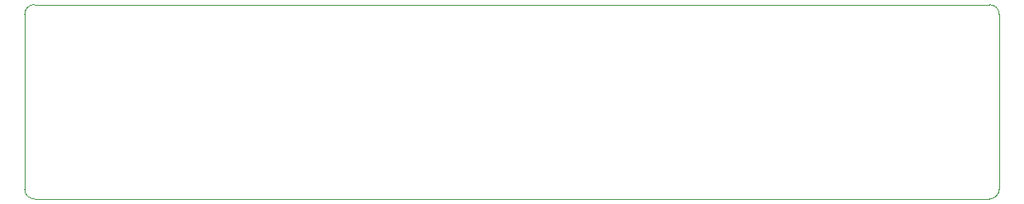
<source format=gbr>
%TF.GenerationSoftware,KiCad,Pcbnew,(5.1.10)-1*%
%TF.CreationDate,2021-08-31T21:24:33+02:00*%
%TF.ProjectId,PCB-EUROBOT2022,5043422d-4555-4524-9f42-4f5432303232,rev?*%
%TF.SameCoordinates,Original*%
%TF.FileFunction,Profile,NP*%
%FSLAX46Y46*%
G04 Gerber Fmt 4.6, Leading zero omitted, Abs format (unit mm)*
G04 Created by KiCad (PCBNEW (5.1.10)-1) date 2021-08-31 21:24:33*
%MOMM*%
%LPD*%
G01*
G04 APERTURE LIST*
%TA.AperFunction,Profile*%
%ADD10C,0.050000*%
%TD*%
G04 APERTURE END LIST*
D10*
X199000000Y-89500000D02*
G75*
G02*
X200000000Y-90500000I0J-1000000D01*
G01*
X200000000Y-108500000D02*
G75*
G02*
X199000000Y-109500000I-1000000J0D01*
G01*
X101000000Y-109500000D02*
G75*
G02*
X100000000Y-108500000I0J1000000D01*
G01*
X100000000Y-90500000D02*
G75*
G02*
X101000000Y-89500000I1000000J0D01*
G01*
X100000000Y-108500000D02*
X100000000Y-90500000D01*
X199000000Y-109500000D02*
X101000000Y-109500000D01*
X200000000Y-90500000D02*
X200000000Y-108500000D01*
X101000000Y-89500000D02*
X199000000Y-89500000D01*
M02*

</source>
